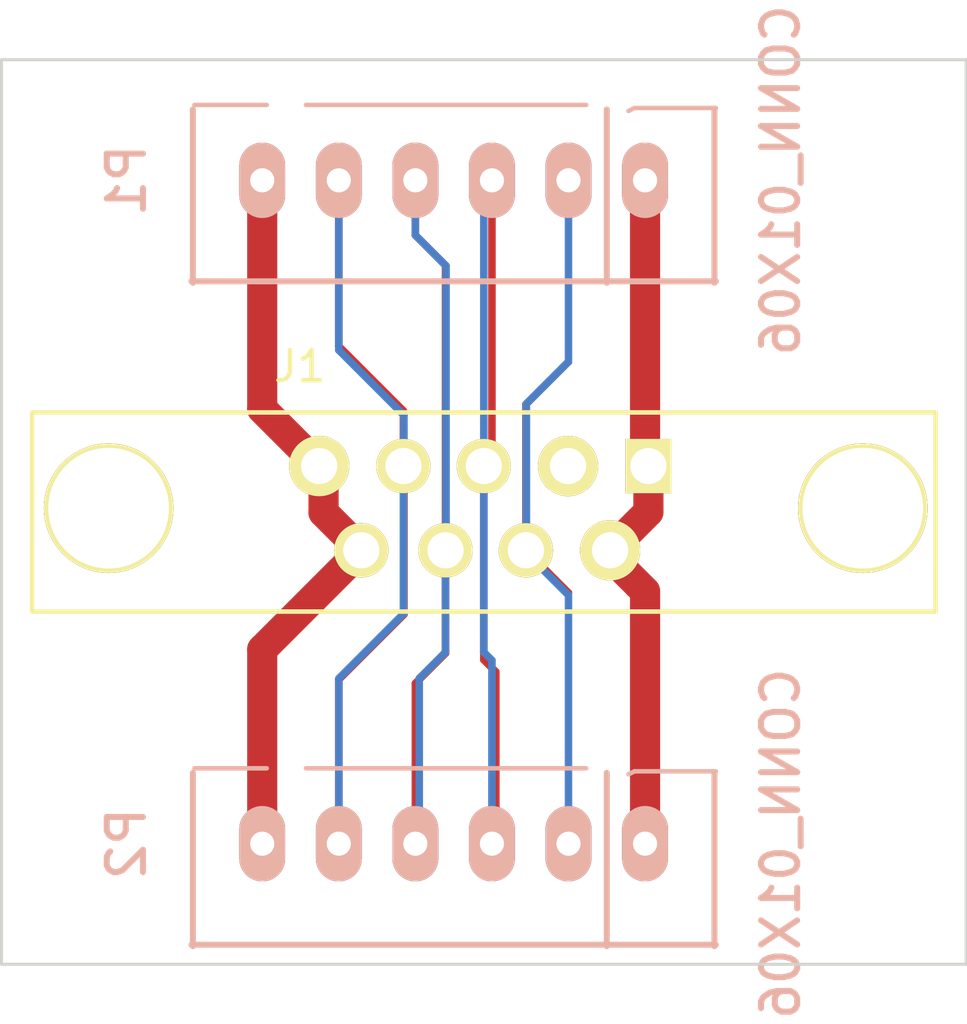
<source format=kicad_pcb>
(kicad_pcb (version 4) (host pcbnew "(2015-01-16 BZR 5376)-product")

  (general
    (links 14)
    (no_connects 0)
    (area 0 0 0 0)
    (thickness 1.6)
    (drawings 4)
    (tracks 66)
    (zones 0)
    (modules 3)
    (nets 8)
  )

  (page A4)
  (layers
    (0 F.Cu signal)
    (31 B.Cu signal)
    (32 B.Adhes user)
    (33 F.Adhes user)
    (34 B.Paste user)
    (35 F.Paste user)
    (36 B.SilkS user)
    (37 F.SilkS user)
    (38 B.Mask user)
    (39 F.Mask user)
    (40 Dwgs.User user)
    (41 Cmts.User user)
    (42 Eco1.User user)
    (43 Eco2.User user)
    (44 Edge.Cuts user)
    (45 Margin user)
    (46 B.CrtYd user)
    (47 F.CrtYd user)
    (48 B.Fab user)
    (49 F.Fab user)
  )

  (setup
    (last_trace_width 1)
    (trace_clearance 0.2)
    (zone_clearance 0.508)
    (zone_45_only no)
    (trace_min 0.15)
    (segment_width 0.2)
    (edge_width 0.1)
    (via_size 0.889)
    (via_drill 0.635)
    (via_min_size 0.889)
    (via_min_drill 0.508)
    (uvia_size 0.508)
    (uvia_drill 0.127)
    (uvias_allowed no)
    (uvia_min_size 0.508)
    (uvia_min_drill 0.127)
    (pcb_text_width 0.3)
    (pcb_text_size 1.5 1.5)
    (mod_edge_width 0.15)
    (mod_text_size 1 1)
    (mod_text_width 0.15)
    (pad_size 2 2)
    (pad_drill 1.2)
    (pad_to_mask_clearance 0)
    (aux_axis_origin 0 0)
    (visible_elements FFFFFF7F)
    (pcbplotparams
      (layerselection 0x00030_80000001)
      (usegerberextensions false)
      (excludeedgelayer true)
      (linewidth 0.100000)
      (plotframeref false)
      (viasonmask false)
      (mode 1)
      (useauxorigin false)
      (hpglpennumber 1)
      (hpglpenspeed 20)
      (hpglpendiameter 15)
      (hpglpenoverlay 2)
      (psnegative false)
      (psa4output false)
      (plotreference true)
      (plotvalue true)
      (plotinvisibletext false)
      (padsonsilk false)
      (subtractmaskfromsilk false)
      (outputformat 1)
      (mirror false)
      (drillshape 1)
      (scaleselection 1)
      (outputdirectory ""))
  )

  (net 0 "")
  (net 1 /5s)
  (net 2 "Net-(J1-Pad2)")
  (net 3 /3s)
  (net 4 /1s)
  (net 5 /Gnd)
  (net 6 /4s)
  (net 7 /2s)

  (net_class Default "This is the default net class."
    (clearance 0.2)
    (trace_width 1)
    (via_dia 0.889)
    (via_drill 0.635)
    (uvia_dia 0.508)
    (uvia_drill 0.127)
    (add_net /Gnd)
    (add_net "Net-(J1-Pad2)")
  )

  (net_class Bal ""
    (clearance 0.18)
    (trace_width 0.25)
    (via_dia 0.889)
    (via_drill 0.635)
    (uvia_dia 0.508)
    (uvia_drill 0.127)
    (add_net /1s)
    (add_net /2s)
    (add_net /3s)
    (add_net /4s)
    (add_net /5s)
  )

  (module Connect:DB9FD (layer F.Cu) (tedit 553E98C9) (tstamp 553E9445)
    (at 144 117)
    (descr "Connecteur DB9 femelle droit")
    (tags "CONN DB9")
    (path /553E8D5E)
    (fp_text reference J1 (at -6.096 -4.826 180) (layer F.SilkS)
      (effects (font (size 1 1) (thickness 0.15)))
    )
    (fp_text value DB9 (at 6.096 -4.826) (layer F.Fab)
      (effects (font (size 1 1) (thickness 0.15)))
    )
    (fp_line (start -14.986 -3.302) (end -14.986 3.302) (layer F.SilkS) (width 0.15))
    (fp_line (start -14.986 3.302) (end 14.986 3.302) (layer F.SilkS) (width 0.15))
    (fp_line (start 14.986 3.302) (end 14.986 -3.302) (layer F.SilkS) (width 0.15))
    (fp_line (start 14.986 -3.302) (end -14.986 -3.302) (layer F.SilkS) (width 0.15))
    (pad "" np_thru_hole circle (at -12.446 -0.127) (size 4.3 4.3) (drill 4) (layers *.Cu *.Mask F.SilkS))
    (pad "" np_thru_hole circle (at 12.573 -0.127) (size 4.3 4.3) (drill 4) (layers *.Cu *.Mask F.SilkS))
    (pad 1 thru_hole rect (at 5.461 -1.524) (size 1.524 1.8) (drill 1.2) (layers *.Cu *.Mask F.SilkS)
      (net 1 /5s))
    (pad 2 thru_hole circle (at 2.794 -1.524) (size 2 2) (drill 1.2) (layers *.Cu *.Mask F.SilkS)
      (net 2 "Net-(J1-Pad2)"))
    (pad 3 thru_hole circle (at 0 -1.524) (size 1.8 1.8) (drill 1.2) (layers *.Cu *.Mask F.SilkS)
      (net 3 /3s))
    (pad 4 thru_hole circle (at -2.667 -1.524) (size 1.8 1.8) (drill 1.2) (layers *.Cu *.Mask F.SilkS)
      (net 4 /1s))
    (pad 5 thru_hole circle (at -5.461 -1.524) (size 2 2) (drill 1.2) (layers *.Cu *.Mask F.SilkS)
      (net 5 /Gnd))
    (pad 6 thru_hole circle (at 4.191 1.27) (size 2 2) (drill 1.2) (layers *.Cu *.Mask F.SilkS)
      (net 1 /5s))
    (pad 7 thru_hole circle (at 1.397 1.27) (size 1.8 1.8) (drill 1.2) (layers *.Cu *.Mask F.SilkS)
      (net 6 /4s))
    (pad 8 thru_hole circle (at -1.27 1.27) (size 1.8 1.8) (drill 1.2) (layers *.Cu *.Mask F.SilkS)
      (net 7 /2s))
    (pad 9 thru_hole circle (at -4.064 1.27) (size 1.8 1.8) (drill 1.2) (layers *.Cu *.Mask F.SilkS)
      (net 5 /Gnd))
    (model Connect.3dshapes/DB9FD.wrl
      (at (xyz 0 0 0))
      (scale (xyz 1 1 1))
      (rotate (xyz 0 0 0))
    )
  )

  (module JST:JST-XH6 (layer B.Cu) (tedit 553E93D4) (tstamp 553E9457)
    (at 143 106 90)
    (path /553E829F)
    (fp_text reference P1 (at 0 -10.852 90) (layer B.SilkS)
      (effects (font (size 1.2 1.2) (thickness 0.2)) (justify mirror))
    )
    (fp_text value CONN_01X06 (at 0 10.852 90) (layer B.SilkS)
      (effects (font (size 1.2 1.2) (thickness 0.2)) (justify mirror))
    )
    (fp_line (start 2.5 -6.2) (end 2.5 -8.6) (layer B.SilkS) (width 0.15))
    (fp_line (start 2.5 4.4) (end 2.5 -4.9) (layer B.SilkS) (width 0.15))
    (fp_line (start 2.4 8.7) (end 2.4 6) (layer B.SilkS) (width 0.15))
    (fp_line (start 2.4 6) (end 2.3 5.8) (layer B.SilkS) (width 0.15))
    (fp_line (start -3.4 8.652) (end 2.35 8.652) (layer B.SilkS) (width 0.2))
    (fp_line (start 2.35 -8.652) (end -3.4 -8.652) (layer B.SilkS) (width 0.2))
    (fp_line (start -3.35 -8.7) (end -3.35 8.7) (layer B.SilkS) (width 0.2))
    (fp_line (start -3.4 5.08) (end 2.35 5.08) (layer B.SilkS) (width 0.2))
    (pad 1 thru_hole oval (at 0 6.35 90) (size 2.5 1.524) (drill 0.8) (layers *.Cu *.Mask B.SilkS)
      (net 1 /5s))
    (pad 2 thru_hole oval (at 0 3.81 90) (size 2.5 1.524) (drill 0.8) (layers *.Cu *.Mask B.SilkS)
      (net 6 /4s))
    (pad 3 thru_hole oval (at 0 1.27 90) (size 2.5 1.524) (drill 0.8) (layers *.Cu *.Mask B.SilkS)
      (net 3 /3s))
    (pad 4 thru_hole oval (at 0 -1.27 90) (size 2.5 1.524) (drill 0.8) (layers *.Cu *.Mask B.SilkS)
      (net 7 /2s))
    (pad 5 thru_hole oval (at 0 -3.81 90) (size 2.5 1.524) (drill 0.8) (layers *.Cu *.Mask B.SilkS)
      (net 4 /1s))
    (pad 6 thru_hole oval (at 0 -6.35 90) (size 2.5 1.524) (drill 0.8) (layers *.Cu *.Mask B.SilkS)
      (net 5 /Gnd))
  )

  (module JST:JST-XH6 (layer B.Cu) (tedit 553E93D4) (tstamp 553E9469)
    (at 143 128 90)
    (path /553E831A)
    (fp_text reference P2 (at 0 -10.852 90) (layer B.SilkS)
      (effects (font (size 1.2 1.2) (thickness 0.2)) (justify mirror))
    )
    (fp_text value CONN_01X06 (at 0 10.852 90) (layer B.SilkS)
      (effects (font (size 1.2 1.2) (thickness 0.2)) (justify mirror))
    )
    (fp_line (start 2.5 -6.2) (end 2.5 -8.6) (layer B.SilkS) (width 0.15))
    (fp_line (start 2.5 4.4) (end 2.5 -4.9) (layer B.SilkS) (width 0.15))
    (fp_line (start 2.4 8.7) (end 2.4 6) (layer B.SilkS) (width 0.15))
    (fp_line (start 2.4 6) (end 2.3 5.8) (layer B.SilkS) (width 0.15))
    (fp_line (start -3.4 8.652) (end 2.35 8.652) (layer B.SilkS) (width 0.2))
    (fp_line (start 2.35 -8.652) (end -3.4 -8.652) (layer B.SilkS) (width 0.2))
    (fp_line (start -3.35 -8.7) (end -3.35 8.7) (layer B.SilkS) (width 0.2))
    (fp_line (start -3.4 5.08) (end 2.35 5.08) (layer B.SilkS) (width 0.2))
    (pad 1 thru_hole oval (at 0 6.35 90) (size 2.5 1.524) (drill 0.8) (layers *.Cu *.Mask B.SilkS)
      (net 1 /5s))
    (pad 2 thru_hole oval (at 0 3.81 90) (size 2.5 1.524) (drill 0.8) (layers *.Cu *.Mask B.SilkS)
      (net 6 /4s))
    (pad 3 thru_hole oval (at 0 1.27 90) (size 2.5 1.524) (drill 0.8) (layers *.Cu *.Mask B.SilkS)
      (net 3 /3s))
    (pad 4 thru_hole oval (at 0 -1.27 90) (size 2.5 1.524) (drill 0.8) (layers *.Cu *.Mask B.SilkS)
      (net 7 /2s))
    (pad 5 thru_hole oval (at 0 -3.81 90) (size 2.5 1.524) (drill 0.8) (layers *.Cu *.Mask B.SilkS)
      (net 4 /1s))
    (pad 6 thru_hole oval (at 0 -6.35 90) (size 2.5 1.524) (drill 0.8) (layers *.Cu *.Mask B.SilkS)
      (net 5 /Gnd))
  )

  (gr_line (start 128 102) (end 128 132) (angle 90) (layer Edge.Cuts) (width 0.1))
  (gr_line (start 160 102) (end 128 102) (angle 90) (layer Edge.Cuts) (width 0.1))
  (gr_line (start 160 132) (end 160 102) (angle 90) (layer Edge.Cuts) (width 0.1))
  (gr_line (start 128 132) (end 160 132) (angle 90) (layer Edge.Cuts) (width 0.1))

  (segment (start 148.191 118.27) (end 148.191 118.473) (width 1) (layer F.Cu) (net 1))
  (segment (start 148.191 118.473) (end 149.35 119.632) (width 1) (layer F.Cu) (net 1) (tstamp 553E9645))
  (segment (start 149.35 119.632) (end 149.35 128) (width 1) (layer F.Cu) (net 1) (tstamp 553E964A))
  (segment (start 149.35 106) (end 149.35 115.365) (width 1) (layer F.Cu) (net 1))
  (segment (start 149.35 115.365) (end 149.461 115.476) (width 1) (layer F.Cu) (net 1) (tstamp 553E963E))
  (segment (start 149.461 115.476) (end 149.461 117) (width 1) (layer F.Cu) (net 1) (tstamp 553E963F))
  (segment (start 149.461 117) (end 148.191 118.27) (width 1) (layer F.Cu) (net 1) (tstamp 553E9641))
  (segment (start 144 115.476) (end 144 106.27) (width 0.25) (layer B.Cu) (net 3) (status C00000))
  (segment (start 144 106.27) (end 144.27 106) (width 0.25) (layer B.Cu) (net 3) (tstamp 553E9917) (status C00000))
  (segment (start 144.27 128) (end 144.27 121.918) (width 0.25) (layer B.Cu) (net 3) (status 400000))
  (segment (start 144 121.648) (end 144 115.476) (width 0.25) (layer B.Cu) (net 3) (tstamp 553E9913) (status 800000))
  (segment (start 144.27 121.918) (end 144 121.648) (width 0.25) (layer B.Cu) (net 3) (tstamp 553E9910))
  (segment (start 144 115.476) (end 144 121.902) (width 0.25) (layer F.Cu) (net 3))
  (segment (start 144 121.902) (end 144.399 122.301) (width 0.25) (layer F.Cu) (net 3) (tstamp 553E9707))
  (segment (start 144.399 122.301) (end 144.399 127.871) (width 0.25) (layer F.Cu) (net 3) (tstamp 553E970A))
  (segment (start 144.399 127.871) (end 144.27 128) (width 0.25) (layer F.Cu) (net 3) (tstamp 553E970C))
  (segment (start 144.27 106) (end 144.27 115.206) (width 0.25) (layer F.Cu) (net 3))
  (segment (start 144.27 115.206) (end 144 115.476) (width 0.25) (layer F.Cu) (net 3) (tstamp 553E9701))
  (segment (start 141.333 115.476) (end 141.333 120.378) (width 0.25) (layer B.Cu) (net 4) (status 400000))
  (segment (start 139.192 122.519) (end 139.192 127.998) (width 0.25) (layer B.Cu) (net 4) (tstamp 553E98FB) (status 800000))
  (segment (start 141.333 120.378) (end 139.192 122.519) (width 0.25) (layer B.Cu) (net 4) (tstamp 553E98F9))
  (segment (start 139.192 127.998) (end 139.19 128) (width 0.25) (layer B.Cu) (net 4) (tstamp 553E98FD) (status C00000))
  (segment (start 139.19 106) (end 139.19 111.631) (width 0.25) (layer B.Cu) (net 4) (status 400000))
  (segment (start 141.351 113.792) (end 141.351 115.458) (width 0.25) (layer B.Cu) (net 4) (tstamp 553E98F1) (status 800000))
  (segment (start 141.097 113.538) (end 141.351 113.792) (width 0.25) (layer B.Cu) (net 4) (tstamp 553E98F0))
  (segment (start 139.19 111.631) (end 141.097 113.538) (width 0.25) (layer B.Cu) (net 4) (tstamp 553E98ED))
  (segment (start 141.351 115.458) (end 141.333 115.476) (width 0.25) (layer B.Cu) (net 4) (tstamp 553E98F5) (status C00000))
  (segment (start 139.19 106) (end 139.19 111.504) (width 0.25) (layer F.Cu) (net 4))
  (segment (start 141.333 113.647) (end 141.333 115.476) (width 0.25) (layer F.Cu) (net 4) (tstamp 553E96DE))
  (segment (start 139.19 111.504) (end 141.333 113.647) (width 0.25) (layer F.Cu) (net 4) (tstamp 553E96D5))
  (segment (start 141.333 115.476) (end 141.351 115.494) (width 0.25) (layer F.Cu) (net 4) (tstamp 553E96E0))
  (segment (start 141.351 115.494) (end 141.351 120.396) (width 0.25) (layer F.Cu) (net 4) (tstamp 553E96E1))
  (segment (start 141.351 120.396) (end 139.19 122.557) (width 0.25) (layer F.Cu) (net 4) (tstamp 553E96E4))
  (segment (start 139.19 122.557) (end 139.19 128) (width 0.25) (layer F.Cu) (net 4) (tstamp 553E96EE))
  (segment (start 136.65 128) (end 136.65 121.556) (width 1) (layer F.Cu) (net 5))
  (segment (start 136.65 121.556) (end 139.936 118.27) (width 1) (layer F.Cu) (net 5) (tstamp 553E9632))
  (segment (start 136.65 106) (end 136.65 113.587) (width 1) (layer F.Cu) (net 5))
  (segment (start 136.65 113.587) (end 138.684 115.621) (width 1) (layer F.Cu) (net 5) (tstamp 553E9625))
  (segment (start 138.684 115.621) (end 138.684 117.018) (width 1) (layer F.Cu) (net 5) (tstamp 553E9628))
  (segment (start 138.684 117.018) (end 139.936 118.27) (width 1) (layer F.Cu) (net 5) (tstamp 553E962E))
  (segment (start 145.397 118.27) (end 145.397 118.346) (width 0.25) (layer B.Cu) (net 6) (status C00000))
  (segment (start 145.397 118.346) (end 146.81 119.759) (width 0.25) (layer B.Cu) (net 6) (tstamp 553E9922) (status 400000))
  (segment (start 146.81 119.759) (end 146.81 128) (width 0.25) (layer B.Cu) (net 6) (tstamp 553E9923) (status 800000))
  (segment (start 146.81 106) (end 146.81 112.012) (width 0.25) (layer B.Cu) (net 6) (status 400000))
  (segment (start 145.415 113.407) (end 145.415 118.252) (width 0.25) (layer B.Cu) (net 6) (tstamp 553E991E) (status 800000))
  (segment (start 146.81 112.012) (end 145.415 113.407) (width 0.25) (layer B.Cu) (net 6) (tstamp 553E991B))
  (segment (start 145.415 118.252) (end 145.397 118.27) (width 0.25) (layer B.Cu) (net 6) (tstamp 553E991F) (status C00000))
  (segment (start 145.397 118.27) (end 145.397 113.429) (width 0.25) (layer F.Cu) (net 6))
  (segment (start 146.81 112.016) (end 146.81 106) (width 0.25) (layer F.Cu) (net 6) (tstamp 553E971A))
  (segment (start 145.397 113.429) (end 146.81 112.016) (width 0.25) (layer F.Cu) (net 6) (tstamp 553E9716))
  (segment (start 146.81 128) (end 146.81 119.683) (width 0.25) (layer F.Cu) (net 6))
  (segment (start 146.81 119.683) (end 145.397 118.27) (width 0.25) (layer F.Cu) (net 6) (tstamp 553E9710))
  (segment (start 142.73 118.27) (end 142.73 121.648) (width 0.25) (layer B.Cu) (net 7) (status 400000))
  (segment (start 141.859 122.519) (end 141.859 127.871) (width 0.25) (layer B.Cu) (net 7) (tstamp 553E990C) (status 800000))
  (segment (start 142.73 121.648) (end 141.859 122.519) (width 0.25) (layer B.Cu) (net 7) (tstamp 553E990A))
  (segment (start 141.859 127.871) (end 141.73 128) (width 0.25) (layer B.Cu) (net 7) (tstamp 553E990D) (status C00000))
  (segment (start 141.73 106) (end 141.73 107.821) (width 0.25) (layer B.Cu) (net 7) (status 400000))
  (segment (start 142.748 108.839) (end 142.748 118.252) (width 0.25) (layer B.Cu) (net 7) (tstamp 553E9904) (status 800000))
  (segment (start 141.73 107.821) (end 142.748 108.839) (width 0.25) (layer B.Cu) (net 7) (tstamp 553E9903))
  (segment (start 142.748 118.252) (end 142.73 118.27) (width 0.25) (layer B.Cu) (net 7) (tstamp 553E9907) (status C00000))
  (segment (start 142.73 118.27) (end 142.73 108.821) (width 0.25) (layer F.Cu) (net 7))
  (segment (start 141.73 107.821) (end 141.73 106) (width 0.25) (layer F.Cu) (net 7) (tstamp 553E96FD))
  (segment (start 142.73 108.821) (end 141.73 107.821) (width 0.25) (layer F.Cu) (net 7) (tstamp 553E96FB))
  (segment (start 141.73 128) (end 141.73 122.684) (width 0.25) (layer F.Cu) (net 7))
  (segment (start 142.73 121.684) (end 142.73 118.27) (width 0.25) (layer F.Cu) (net 7) (tstamp 553E96F7))
  (segment (start 141.73 122.684) (end 142.73 121.684) (width 0.25) (layer F.Cu) (net 7) (tstamp 553E96F3))

)

</source>
